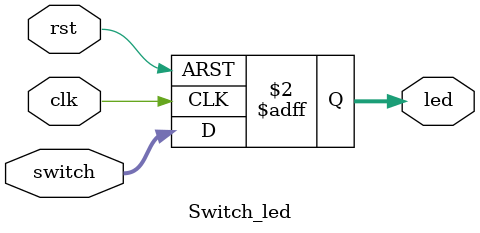
<source format=v>
`timescale 1ns / 1ps


module Switch_led(
        input         clk,
 	 	input         rst,
 	 	input  [7:0]  switch,
 	 	output reg [7:0] led
);

	always @( posedge clk or posedge rst )
	    if (rst)
	       led = 8'h80;
	    else
		   led = switch;
endmodule


</source>
